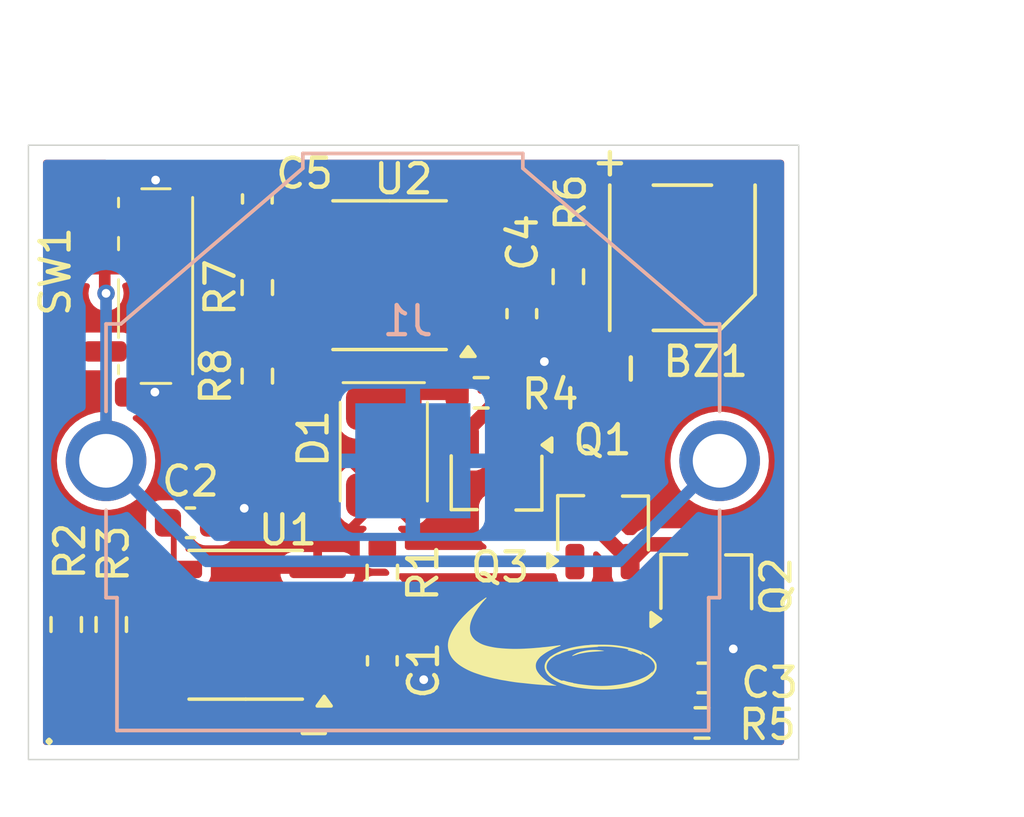
<source format=kicad_pcb>
(kicad_pcb (version 20240108) (generator "pcbnew") (generator_version "8.0")
  (title_block (title "${title}") (date "${date}") (rev "${rev}"))
  (layers (0 "F.Cu" signal) (31 "B.Cu" signal) (34 "B.Paste" user) (35 "F.Paste" user) (36 "B.SilkS" user "B.Silkscreen") (37 "F.SilkS" user "F.Silkscreen") (38 "B.Mask" user) (39 "F.Mask" user) (44 "Edge.Cuts" user))
  (property "date" "")
  (property "name" "")
  (property "rev" "")
  (property "title" "")
  (net 0 "")
  (net 1 "VDD")
  (net 2 "/TR")
  (net 3 "GND")
  (net 4 "Net-(U1-CV)")
  (net 5 "Net-(D1-K)")
  (net 6 "+BATT")
  (net 7 "Net-(U2-CV)")
  (net 8 "Net-(BZ1--)")
  (net 9 "Net-(U1-Q)")
  (net 10 "Net-(U1-DIS)")
  (net 12 "Net-(Q1-S)")
  (net 13 "Net-(Q2-G)")
  (net 14 "/BZR_TMR_OUT")
  (net 15 "/LED_TMR_OUT")
  (net 16 "Net-(Q3-S)")
  (net 17 "Net-(U2-Q)")
  (net 18 "Net-(U2-DIS)")
  (net 19 "/TR_B")
  (footprint "Capacitor_SMD:C_0603_1608Metric" (layer "F.Cu") (at 147.475 94.7 -90)
    (property "Reference" "C4")
    (property "Value" "10u")
  )
  (footprint "Capacitor_SMD:C_0603_1608Metric" (layer "F.Cu") (at 138.375 90.75 90)
    (property "Reference" "C5")
    (property "Value" "10n")
  )
  (footprint "Package_SO:SOIC-8_3.9x4.9mm_P1.27mm" (layer "F.Cu") (at 142.925 93.375 180)
    (property "Reference" "U2")
    (property "Value" "ICM7555xB")
  )
  (footprint "Resistor_SMD:R_0603_1608Metric" (layer "F.Cu") (at 131.800001 105.4 -90)
    (property "Reference" "R2")
    (property "Value" "0R")
  )
  (footprint "Resistor_SMD:R_0603_1608Metric" (layer "F.Cu") (at 149.075 93.425 90)
    (property "Reference" "R6")
    (property "Value" "10k")
  )
  (footprint "Resistor_SMD:R_0603_1608Metric" (layer "F.Cu") (at 138.375 96.85 90)
    (property "Reference" "R8")
    (property "Value" "0R")
  )
  (footprint "disc:CUS-12TB" (layer "F.Cu") (at 134.875 93.75 90)
    (property "Reference" "SW1")
    (property "Value" "~")
  )
  (footprint "Resistor_SMD:R_0603_1608Metric" (layer "F.Cu") (at 153.675 108.79 180)
    (property "Reference" "R5")
    (property "Value" "10M")
  )
  (footprint "disc:LED_OSRAM_TOPLED" (layer "F.Cu") (at 142.725 99.45)
    (property "Reference" "D1")
    (property "Value" "LED")
  )
  (footprint "Package_TO_SOT_SMD:TSOT-23" (layer "F.Cu") (at 146.625 100.5 -90)
    (property "Reference" "Q3")
    (property "Value" "DMN6140L-7")
  )
  (footprint "Capacitor_SMD:C_0603_1608Metric" (layer "F.Cu") (at 153.675 107.24)
    (property "Reference" "C3")
    (property "Value" "10u")
  )
  (footprint "Resistor_SMD:R_0603_1608Metric" (layer "F.Cu") (at 138.375 93.8 -90)
    (property "Reference" "R7")
    (property "Value" "100k")
  )
  (footprint "disc:CUI_CMT-5023S-SMT" (layer "F.Cu") (at 153 92.775 -90)
    (property "Reference" "BZ1")
    (property "Value" "Buzzer")
  )
  (footprint "Package_SO:SOIC-8_3.9x4.9mm_P1.27mm" (layer "F.Cu") (at 137.975001 105.41 180)
    (property "Reference" "U1")
    (property "Value" "ICM7555xB")
  )
  (footprint "Resistor_SMD:R_0603_1608Metric" (layer "F.Cu") (at 133.350001 105.4 -90)
    (property "Reference" "R3")
    (property "Value" "1k")
  )
  (footprint "Capacitor_SMD:C_0603_1608Metric" (layer "F.Cu") (at 142.675001 106.65 -90)
    (property "Reference" "C1")
    (property "Value" "0.1u")
  )
  (footprint "Package_TO_SOT_SMD:TSOT-23" (layer "F.Cu") (at 153.8 103.95 90)
    (property "Reference" "Q2")
    (property "Value" "DMN6140L-7")
  )
  (footprint "Capacitor_SMD:C_0603_1608Metric" (layer "F.Cu") (at 136.075001 101.9)
    (property "Reference" "C2")
    (property "Value" "10n")
  )
  (footprint "Resistor_SMD:R_0603_1608Metric" (layer "F.Cu") (at 146.075 97.425)
    (property "Reference" "R4")
    (property "Value" "100R")
  )
  (footprint "Package_TO_SOT_SMD:TSOT-23" (layer "F.Cu") (at 150.25 101.925 90)
    (property "Reference" "Q1")
    (property "Value" "DMN6140L-7")
  )
  (footprint "Resistor_SMD:R_0603_1608Metric" (layer "F.Cu") (at 142.675001 103.6 -90)
    (property "Reference" "R1")
    (property "Value" "10k")
  )
  (footprint "disc:3003" (layer "B.Cu") (at 143.725 99.765 180)
    (property "Reference" "J1")
    (property "Value" "Battery")
  )
  (gr_poly (pts (xy 146.261567 104.479077) (xy 146.259942 104.482855) (xy 146.258202 104.486456) (xy 146.256352 104.489895) (xy 146.254395 104.493189) (xy 146.252335 104.496355) (xy 146.250175 104.499408) (xy 146.247919 104.502366) (xy 146.24557 104.505244) (xy 146.243131 104.508058) (xy 146.240607 104.510826) (xy 146.238001 104.513563) (xy 146.235317 104.516286) (xy 146.229726 104.521755) (xy 146.223864 104.527363) (xy 146.214984 104.536144) (xy 146.206361 104.545043) (xy 146.197972 104.554076) (xy 146.189792 104.563261) (xy 146.181798 104.572612) (xy 146.173965 104.582148) (xy 146.16627 104.591885) (xy 146.158689 104.601839) (xy 146.150442 104.611368) (xy 146.139859 104.611368) (xy 146.136283 104.619905) (xy 146.134486 104.623046) (xy 146.132623 104.626122) (xy 146.130698 104.629137) (xy 146.128714 104.632097) (xy 146.126676 104.635007) (xy 146.124588 104.637873) (xy 146.120277 104.643494) (xy 146.115813 104.649002) (xy 146.111228 104.65444) (xy 146.101825 104.665277) (xy 146.084405 104.685842) (xy 146.067302 104.706608) (xy 146.050509 104.727627) (xy 146.042229 104.738248) (xy 146.034025 104.748952) (xy 146.023549 104.762636) (xy 146.013237 104.776347) (xy 146.003061 104.790132) (xy 145.983086 104.817929) (xy 145.963565 104.846047) (xy 145.944437 104.874506) (xy 145.926403 104.901594) (xy 145.894902 104.948966) (xy 145.883747 104.96625) (xy 145.874114 104.981827) (xy 145.864845 104.997615) (xy 145.854783 105.015537) (xy 145.82765 105.06546) (xy 145.817149 105.086936) (xy 145.811868 105.097806) (xy 145.803575 105.1145) (xy 145.795156 105.13113) (xy 145.77927 105.163556) (xy 145.764323 105.196673) (xy 145.750418 105.230412) (xy 145.737659 105.264704) (xy 145.726149 105.299482) (xy 145.715992 105.334676) (xy 145.707292 105.370218) (xy 145.700151 105.40604) (xy 145.694673 105.442071) (xy 145.690961 105.478245) (xy 145.68912 105.514492) (xy 145.689252 105.550743) (xy 145.691461 105.586931) (xy 145.695851 105.622986) (xy 145.702524 105.65884) (xy 145.711585 105.694424) (xy 145.716287 105.707973) (xy 145.721185 105.721241) (xy 145.726296 105.734239) (xy 145.731639 105.746979) (xy 145.737232 105.759474) (xy 145.743094 105.771735) (xy 145.749241 105.783775) (xy 145.755693 105.795605) (xy 145.762468 105.807239) (xy 145.769583 105.818687) (xy 145.777057 105.829962) (xy 145.784908 105.841076) (xy 145.793155 105.852042) (xy 145.801814 105.862871) (xy 145.810906 105.873575) (xy 145.820446 105.884167) (xy 145.825344 105.889517) (xy 145.830194 105.894911) (xy 145.839804 105.90578) (xy 145.846713 105.913029) (xy 145.853781 105.920027) (xy 145.861001 105.926793) (xy 145.868365 105.933344) (xy 145.875863 105.939697) (xy 145.883488 105.94587) (xy 145.891231 105.951879) (xy 145.899085 105.957742) (xy 145.915088 105.9691) (xy 145.931431 105.980081) (xy 145.948048 105.990824) (xy 145.964871 106.001467) (xy 145.971591 106.005738) (xy 145.978283 106.010051) (xy 145.991609 106.018766) (xy 146.016519 106.033723) (xy 146.042125 106.04777) (xy 146.068362 106.060947) (xy 146.095161 106.073298) (xy 146.122455 106.084864) (xy 146.150178 106.095688) (xy 146.178261 106.105812) (xy 146.206639 106.115279) (xy 146.235244 106.12413) (xy 146.264008 106.132408) (xy 146.321748 106.147414) (xy 146.379322 106.160635) (xy 146.436192 106.17241) (xy 146.44773 106.174752) (xy 146.47351 106.179823) (xy 146.499288 106.184603) (xy 146.525081 106.189091) (xy 146.550904 106.193288) (xy 146.576772 106.197191) (xy 146.602702 106.200801) (xy 146.628707 106.204116) (xy 146.654804 106.207137) (xy 146.669843 106.208797) (xy 146.794039 106.220758) (xy 146.918585 106.229664) (xy 147.043382 106.235641) (xy 147.168335 106.238818) (xy 147.293345 106.239321) (xy 147.418317 106.237278) (xy 147.543153 106.232817) (xy 147.667756 106.226064) (xy 147.69806 106.224299) (xy 147.728371 106.22264) (xy 147.781892 106.219466) (xy 147.835362 106.215827) (xy 147.888791 106.211635) (xy 147.942188 106.206806) (xy 147.967009 106.204572) (xy 147.991847 106.202561) (xy 148.041551 106.198868) (xy 148.073805 106.196288) (xy 148.105946 106.193289) (xy 148.138035 106.189793) (xy 148.170132 106.185721) (xy 148.177732 106.184803) (xy 148.185333 106.183969) (xy 148.200543 106.182508) (xy 148.215772 106.181257) (xy 148.231032 106.18013) (xy 148.267063 106.177218) (xy 148.303037 106.173813) (xy 148.374853 106.16584) (xy 148.446558 106.156845) (xy 148.51823 106.147462) (xy 148.5753 106.140078) (xy 148.64385 106.131214) (xy 148.656861 106.129529) (xy 148.693297 106.124784) (xy 148.714141 106.122068) (xy 148.723207 106.120784) (xy 148.732263 106.119439) (xy 148.741309 106.118028) (xy 148.750345 106.116549) (xy 148.75392 106.115997) (xy 148.757472 106.115526) (xy 148.764524 106.114799) (xy 148.771528 106.114327) (xy 148.778514 106.114063) (xy 148.785511 106.113963) (xy 148.792548 106.113982) (xy 148.806858 106.114202) (xy 148.806858 106.135368) (xy 148.794283 106.14004) (xy 148.715201 106.170256) (xy 148.67603 106.185916) (xy 148.637103 106.202054) (xy 148.598419 106.218754) (xy 148.559976 106.236097) (xy 148.521771 106.254166) (xy 148.483803 106.273045) (xy 148.476156 106.276864) (xy 148.468489 106.280637) (xy 148.453102 106.288083) (xy 148.411265 106.309164) (xy 148.370302 106.331542) (xy 148.330164 106.35516) (xy 148.290801 106.379964) (xy 148.252163 106.405896) (xy 148.214202 106.432902) (xy 148.176866 106.460925) (xy 148.140108 106.48991) (xy 148.128512 106.49917) (xy 148.124142 106.502834) (xy 148.119859 106.506556) (xy 148.115657 106.510334) (xy 148.111531 106.514166) (xy 148.103487 106.521991) (xy 148.095683 106.53002) (xy 148.088078 106.538245) (xy 148.080628 106.546655) (xy 148.073292 106.555241) (xy 148.066025 106.563993) (xy 148.053416 106.579021) (xy 148.044162 106.590602) (xy 148.035287 106.602281) (xy 148.026778 106.6141) (xy 148.018622 106.626102) (xy 148.010808 106.638327) (xy 148.003324 106.650819) (xy 147.996157 106.66362) (xy 147.989296 106.676772) (xy 147.984068 106.687118) (xy 147.97762 106.701694) (xy 147.972045 106.71674) (xy 147.967323 106.732195) (xy 147.963432 106.747997) (xy 147.960351 106.764086) (xy 147.958061 106.7804) (xy 147.95654 106.796879) (xy 147.955767 106.81346) (xy 147.955722 106.830083) (xy 147.956384 106.846686) (xy 147.957733 106.863209) (xy 147.959746 106.87959) (xy 147.962405 106.895768) (xy 147.965687 106.911682) (xy 147.969573 106.92727) (xy 147.974041 106.942472) (xy 147.978825 106.954087) (xy 147.983842 106.965473) (xy 147.989087 106.976644) (xy 147.994558 106.987615) (xy 148.000251 106.998401) (xy 148.006164 107.009017) (xy 148.012291 107.019477) (xy 148.018632 107.029796) (xy 148.025181 107.039988) (xy 148.031936 107.050069) (xy 148.046052 107.069955) (xy 148.060951 107.089571) (xy 148.076609 107.109035) (xy 148.089776 107.12522) (xy 148.114813 107.153288) (xy 148.142448 107.181916) (xy 148.172423 107.210845) (xy 148.204484 107.239811) (xy 148.238374 107.268555) (xy 148.273837 107.296815) (xy 148.310617 107.32433) (xy 148.348459 107.350838) (xy 148.387106 107.376078) (xy 148.426303 107.39979) (xy 148.465793 107.421712) (xy 148.505321 107.441582) (xy 148.544631 107.45914) (xy 148.583467 107.474124) (xy 148.621572 107.486274) (xy 148.658692 107.495327) (xy 148.658692 107.50591) (xy 148.630629 107.506257) (xy 148.602601 107.506068) (xy 148.574597 107.505421) (xy 148.54661 107.504392) (xy 148.490654 107.501497) (xy 148.434666 107.498002) (xy 148.40184 107.495916) (xy 148.202179 107.482306) (xy 148.002733 107.466539) (xy 147.803522 107.448116) (xy 147.604568 107.426541) (xy 147.569364 107.422615) (xy 147.534137 107.418966) (xy 147.463624 107.41219) (xy 147.395247 107.405285) (xy 147.326979 107.397476) (xy 147.258821 107.388813) (xy 147.19077 107.379347) (xy 147.054987 107.358214) (xy 146.919619 107.334486) (xy 146.901236 107.331259) (xy 146.882832 107.328181) (xy 146.845965 107.322355) (xy 146.795667 107.314293) (xy 146.745627 107.305459) (xy 146.720693 107.300637) (xy 146.695811 107.295483) (xy 146.670976 107.289949) (xy 146.646184 107.283991) (xy 146.638185 107.282136) (xy 146.63017 107.280376) (xy 146.614099 107.277086) (xy 146.597984 107.274014) (xy 146.581837 107.271051) (xy 146.548149 107.264518) (xy 146.514612 107.257406) (xy 146.48117 107.249851) (xy 146.447767 107.241988) (xy 146.423881 107.236328) (xy 146.387883 107.227678) (xy 146.351945 107.218813) (xy 146.316079 107.209663) (xy 146.280296 107.200158) (xy 146.256926 107.193929) (xy 146.233508 107.187882) (xy 146.210558 107.181895) (xy 146.187705 107.175675) (xy 146.142236 107.162588) (xy 146.096996 107.14872) (xy 146.051884 107.13417) (xy 146.037918 107.129588) (xy 145.99097 107.114087) (xy 145.944067 107.098452) (xy 145.924484 107.091914) (xy 145.855866 107.067794) (xy 145.78785 107.041849) (xy 145.720553 107.014017) (xy 145.654095 106.984239) (xy 145.588594 106.952454) (xy 145.524169 106.918601) (xy 145.46094 106.882621) (xy 145.399025 106.844452) (xy 145.382241 106.833847) (xy 145.354762 106.815562) (xy 145.327816 106.796629) (xy 145.301391 106.777057) (xy 145.275479 106.756851) (xy 145.250071 106.736018) (xy 145.225157 106.714566) (xy 145.200728 106.6925) (xy 145.176775 106.669826) (xy 145.163443 106.657135) (xy 145.136501 106.629703) (xy 145.111155 106.601293) (xy 145.087416 106.571942) (xy 145.065298 106.541687) (xy 145.044813 106.510565) (xy 145.025975 106.478611) (xy 145.008797 106.445864) (xy 144.993292 106.41236) (xy 144.979473 106.378135) (xy 144.967353 106.343226) (xy 144.956945 106.307671) (xy 144.948262 106.271505) (xy 144.941318 106.234767) (xy 144.936124 106.197491) (xy 144.932695 106.159716) (xy 144.931043 106.121478) (xy 144.931527 106.093487) (xy 144.933025 106.065805) (xy 144.9355 106.038414) (xy 144.938914 106.011299) (xy 144.943228 105.984442) (xy 144.948405 105.957829) (xy 144.954406 105.931442) (xy 144.961192 105.905266) (xy 144.968726 105.879283) (xy 144.97697 105.853477) (xy 144.985885 105.827832) (xy 144.995433 105.802332) (xy 145.016275 105.751701) (xy 145.039192 105.701452) (xy 145.04461 105.689998) (xy 145.06605 105.647) (xy 145.088856 105.604978) (xy 145.112924 105.563826) (xy 145.138152 105.52344) (xy 145.164434 105.483714) (xy 145.191669 105.444542) (xy 145.219753 105.40582) (xy 145.248582 105.367441) (xy 145.25935 105.353207) (xy 145.270061 105.338931) (xy 145.279521 105.326529) (xy 145.289111 105.314286) (xy 145.298838 105.302192) (xy 145.308711 105.290236) (xy 145.318739 105.27841) (xy 145.328929 105.266702) (xy 145.33929 105.255101) (xy 145.349829 105.243599) (xy 145.357534 105.23521) (xy 145.365151 105.226761) (xy 145.372693 105.218245) (xy 145.380174 105.209658) (xy 145.398707 105.188679) (xy 145.417472 105.167952) (xy 145.436449 105.147447) (xy 145.455621 105.127138) (xy 145.49448 105.086994) (xy 145.533907 105.047296) (xy 145.568906 105.012264) (xy 145.591571 104.989619) (xy 145.601931 104.979227) (xy 145.609582 104.971687) (xy 145.61729 104.964233) (xy 145.62506 104.956859) (xy 145.632892 104.949561) (xy 145.640789 104.942334) (xy 145.648755 104.935172) (xy 145.656791 104.92807) (xy 145.6649 104.921025) (xy 145.674376 104.912704) (xy 145.683741 104.904266) (xy 145.702304 104.887197) (xy 145.71119 104.879171) (xy 145.720138 104.871242) (xy 145.729146 104.863401) (xy 145.738213 104.855638) (xy 145.756524 104.840311) (xy 145.775064 104.825185) (xy 145.788095 104.81438) (xy 145.801012 104.803452) (xy 145.826658 104.781363) (xy 145.839387 104.77048) (xy 145.852206 104.759728) (xy 145.878089 104.738553) (xy 145.904251 104.717721) (xy 145.930633 104.697112) (xy 145.938932 104.690553) (xy 145.947175 104.683926) (xy 145.96358 104.670569) (xy 145.97933 104.658107) (xy 145.995227 104.645833) (xy 146.027355 104.621719) (xy 146.092234 104.574327) (xy 146.105173 104.564849) (xy 146.139658 104.539756) (xy 146.174385 104.515129) (xy 146.191927 104.503086) (xy 146.209636 104.491273) (xy 146.227546 104.47973) (xy 146.245692 104.468493)) (stroke (width -0.000001)) (fill solid) (layer "F.SilkS"))
  (gr_poly (pts (xy 151.534955 106.377159) (xy 151.539287 106.377873) (xy 151.543312 106.378784) (xy 151.547065 106.379893) (xy 151.55058 106.381199) (xy 151.553889 106.382701) (xy 151.557029 106.384399) (xy 151.560031 106.386292) (xy 151.562931 106.388379) (xy 151.565762 106.390661) (xy 151.568557 106.393136) (xy 151.571352 106.395803) (xy 151.57418 106.398664) (xy 151.577074 106.401716) (xy 151.583199 106.408393) (xy 151.598082 106.423276) (xy 151.609658 106.434852) (xy 151.604366 106.445435) (xy 151.530283 106.418977) (xy 151.533797 106.415473) (xy 151.536566 106.412776) (xy 151.53775 106.411671) (xy 151.53884 106.410698) (xy 151.539868 106.409834) (xy 151.540865 106.409055) (xy 151.541863 106.408338) (xy 151.542891 106.40766) (xy 151.543981 106.406997) (xy 151.545165 106.406326) (xy 151.546472 106.405625) (xy 151.547935 106.404869) (xy 151.551449 106.403102) (xy 151.530283 106.376644)) (stroke (width -0.000001)) (fill solid) (layer "F.SilkS"))
  (gr_poly (pts (xy 151.574517 106.393056) (xy 151.580367 106.39504) (xy 151.584853 106.396653) (xy 151.58847 106.398079) (xy 151.591715 106.399505) (xy 151.595085 106.401117) (xy 151.599075 106.403102) (xy 151.593783 106.418977) (xy 151.584512 106.412542) (xy 151.575261 106.406078) (xy 151.564844 106.398823) (xy 151.556741 106.392518) (xy 151.556741 106.387227)) (stroke (width -0.000001)) (fill solid) (layer "F.SilkS"))
  (gr_poly (pts (xy 151.134971 106.27711) (xy 151.152282 106.278619) (xy 151.169493 106.280569) (xy 151.186635 106.282899) (xy 151.203735 106.28555) (xy 151.220823 106.288463) (xy 151.255077 106.294834) (xy 151.272309 106.298011) (xy 151.280905 106.299487) (xy 151.289503 106.30087) (xy 151.298117 106.302148) (xy 151.306759 106.303305) (xy 151.315441 106.304329) (xy 151.324176 106.305206) (xy 151.331095 106.3061) (xy 151.333935 106.306503) (xy 151.336423 106.306901) (xy 151.338606 106.307315) (xy 151.34053 106.307764) (xy 151.342241 106.308267) (xy 151.343785 106.308844) (xy 151.345208 106.309514) (xy 151.346556 106.310296) (xy 151.347876 106.31121) (xy 151.349213 106.312275) (xy 151.350613 106.313511) (xy 151.352124 106.314937) (xy 151.355658 106.318435) (xy 151.323907 106.313143) (xy 151.334491 106.344894) (xy 151.324571 106.342176) (xy 151.280911 106.330314) (xy 151.237215 106.31858) (xy 151.206617 106.310315) (xy 151.185591 106.304698) (xy 151.170221 106.300582) (xy 151.154863 106.296421) (xy 151.136588 106.291521) (xy 151.132035 106.289904) (xy 151.130172 106.289209) (xy 151.128548 106.28856) (xy 151.127135 106.287933) (xy 151.125906 106.287308) (xy 151.124831 106.286659) (xy 151.124343 106.28632) (xy 151.123883 106.285967) (xy 151.123449 106.285596) (xy 151.123035 106.285206) (xy 151.12264 106.284794) (xy 151.122258 106.284356) (xy 151.121525 106.283393) (xy 151.120807 106.282296) (xy 151.120077 106.28104) (xy 151.119306 106.279604) (xy 151.117533 106.276102)) (stroke (width -0.000001)) (fill solid) (layer "F.SilkS"))
  (gr_poly (pts (xy 151.181033 106.281393) (xy 151.175741 106.297269) (xy 151.16267 106.29499) (xy 151.149613 106.292638) (xy 151.134917 106.290033) (xy 151.122825 106.286685) (xy 151.117533 106.276102)) (stroke (width -0.000001)) (fill solid) (layer "F.SilkS"))
  (gr_poly (pts (xy 149.403033 106.381935) (xy 149.381866 106.403102) (xy 149.392449 106.42956) (xy 149.381463 106.432709) (xy 149.331595 106.447088) (xy 149.314314 106.452039) (xy 149.295787 106.457472) (xy 149.277415 106.463143) (xy 149.268287 106.466137) (xy 149.259199 106.469274) (xy 149.25015 106.472582) (xy 149.241141 106.476089) (xy 149.23516 106.478187) (xy 149.232679 106.479016) (xy 149.230472 106.479699) (xy 149.228488 106.48024) (xy 149.226679 106.480638) (xy 149.224994 106.480897) (xy 149.223384 106.481017) (xy 149.2218 106.481) (xy 149.220191 106.480848) (xy 149.218507 106.480562) (xy 149.2167 106.480144) (xy 149.21472 106.479596) (xy 149.212516 106.478919) (xy 149.207241 106.477185) (xy 149.219882 106.468551) (xy 149.232622 106.460216) (xy 149.245472 106.452152) (xy 149.258443 106.444334) (xy 149.271546 106.436736) (xy 149.284791 106.429333) (xy 149.298189 106.422099) (xy 149.311752 106.415008) (xy 149.32649 106.407298) (xy 149.353384 106.393382) (xy 149.362298 106.388885) (xy 149.36922 106.38555) (xy 149.374923 106.383018) (xy 149.38018 106.380929) (xy 149.385765 106.378924) (xy 149.392449 106.376644)) (stroke (width -0.000001)) (fill solid) (layer "F.SilkS"))
  (gr_poly (pts (xy 148.414841 107.155699) (xy 148.421467 107.156973) (xy 148.428073 107.158343) (xy 148.434657 107.15981) (xy 148.439949 107.175685) (xy 148.424075 107.186268) (xy 148.402908 107.15981) (xy 148.408199 107.154518)) (stroke (width -0.000001)) (fill solid) (layer "F.SilkS"))
  (gr_poly (pts (xy 148.492866 106.498352) (xy 148.484928 106.509927) (xy 148.483446 106.512782) (xy 148.482127 106.515489) (xy 148.480965 106.51807) (xy 148.479953 106.52055) (xy 148.479084 106.522955) (xy 148.478351 106.525306) (xy 148.477748 106.52763) (xy 148.477267 106.52995) (xy 148.476901 106.53229) (xy 148.476644 106.534674) (xy 148.476488 106.537127) (xy 148.476427 106.539673) (xy 148.476454 106.542336) (xy 148.476561 106.54514) (xy 148.476742 106.548109) (xy 148.476991 106.551268) (xy 148.466408 106.55656) (xy 148.457066 106.552784) (xy 148.447775 106.548882) (xy 148.43854 106.54485) (xy 148.429366 106.540685) (xy 148.435673 106.534289) (xy 148.44203 106.528033) (xy 148.448456 106.521911) (xy 148.454969 106.515915) (xy 148.461589 106.510039) (xy 148.468335 106.504276) (xy 148.475226 106.498619) (xy 148.482283 106.49306)) (stroke (width -0.000001)) (fill solid) (layer "F.SilkS"))
  (gr_poly (pts (xy 148.434657 106.561852) (xy 148.445241 106.577727) (xy 148.440404 106.579701) (xy 148.436559 106.581241) (xy 148.433335 106.58247) (xy 148.430358 106.583514) (xy 148.427258 106.584496) (xy 148.423661 106.58554) (xy 148.413491 106.58831) (xy 148.392324 106.577727) (xy 148.424075 106.540685)) (stroke (width -0.000001)) (fill solid) (layer "F.SilkS"))
  (gr_poly (pts (xy 148.482283 107.12806) (xy 148.466408 107.138644) (xy 148.450533 107.12806) (xy 148.461116 107.106893)) (stroke (width -0.000001)) (fill solid) (layer "F.SilkS"))
  (gr_poly (pts (xy 151.980074 107.154518) (xy 151.943032 107.186268) (xy 151.942412 107.176675) (xy 151.942054 107.169311) (xy 151.941999 107.166312) (xy 151.94204 107.163688) (xy 151.942187 107.161376) (xy 151.942451 107.159317) (xy 151.942842 107.157449) (xy 151.943369 107.155711) (xy 151.944044 107.154042) (xy 151.944875 107.152381) (xy 151.945874 107.150667) (xy 151.947051 107.148839) (xy 151.949978 107.144596) (xy 151.952956 107.142632) (xy 151.954222 107.141837) (xy 151.955388 107.141155) (xy 151.95649 107.140578) (xy 151.957028 107.140326) (xy 151.957564 107.140097) (xy 151.958103 107.13989) (xy 151.958647 107.139703) (xy 151.959204 107.139536) (xy 151.959775 107.139388) (xy 151.960368 107.139257) (xy 151.960985 107.139142) (xy 151.961632 107.139043) (xy 151.962312 107.138958) (xy 151.963793 107.138825) (xy 151.965465 107.138737) (xy 151.967364 107.138683) (xy 151.969525 107.138655) (xy 151.974783 107.138644)) (stroke (width -0.000001)) (fill solid) (layer "F.SilkS"))
  (gr_poly (pts (xy 148.883436 107.332394) (xy 148.89295 107.335739) (xy 148.90243 107.339176) (xy 148.9119 107.342703) (xy 148.923372 107.347023) (xy 148.932074 107.35031) (xy 148.932074 107.360893) (xy 148.917846 107.357285) (xy 148.903631 107.353617) (xy 148.887632 107.349524) (xy 148.883068 107.348016) (xy 148.88118 107.347365) (xy 148.879508 107.346754) (xy 148.878016 107.346159) (xy 148.876669 107.34556) (xy 148.87543 107.344934) (xy 148.874264 107.344259) (xy 148.873135 107.343512) (xy 148.872008 107.342672) (xy 148.870847 107.341717) (xy 148.869616 107.340624) (xy 148.86828 107.339371) (xy 148.866803 107.337937) (xy 148.863282 107.334435) (xy 148.873866 107.329144)) (stroke (width -0.000001)) (fill solid) (layer "F.SilkS"))
  (gr_poly (pts (xy 151.146022 106.26095) (xy 151.153293 106.261823) (xy 151.167695 106.263976) (xy 151.181948 106.266611) (xy 151.196094 106.269652) (xy 151.210177 106.273024) (xy 151.224239 106.276651) (xy 151.252471 106.28437) (xy 151.271776 106.289651) (xy 151.318616 106.30256) (xy 151.315447 106.303525) (xy 151.312381 106.30435) (xy 151.309402 106.305042) (xy 151.306495 106.305604) (xy 151.303644 106.306043) (xy 151.300835 106.306362) (xy 151.29805 106.306568) (xy 151.295276 106.306664) (xy 151.292496 106.306656) (xy 151.289696 106.30655) (xy 151.286859 106.306349) (xy 151.28397 106.306059) (xy 151.281015 106.305686) (xy 151.277977 106.305233) (xy 151.27159 106.304111) (xy 151.256532 106.30131) (xy 151.240895 106.29826) (xy 151.225567 106.295398) (xy 151.202453 106.290904) (xy 151.179398 106.286178) (xy 151.156388 106.281238) (xy 151.133408 106.276102) (xy 151.138699 106.260227)) (stroke (width -0.000001)) (fill solid) (layer "F.SilkS"))
  (gr_poly (pts (xy 148.877139 107.329342) (xy 148.879749 107.329525) (xy 148.881957 107.329733) (xy 148.882991 107.329858) (xy 148.884022 107.330005) (xy 148.885083 107.330178) (xy 148.886206 107.330381) (xy 148.888768 107.330902) (xy 148.891968 107.331606) (xy 148.896066 107.332533) (xy 148.910499 107.335768) (xy 148.952632 107.346156) (xy 148.994701 107.356805) (xy 149.030845 107.365996) (xy 149.067034 107.374935) (xy 149.103324 107.383443) (xy 149.139772 107.391341) (xy 149.160383 107.395594) (xy 149.179812 107.39948) (xy 149.199259 107.403273) (xy 149.216791 107.406803) (xy 149.232167 107.409765) (xy 149.236187 107.411131) (xy 149.237854 107.411745) (xy 149.239337 107.412352) (xy 149.240669 107.41298) (xy 149.241288 107.413312) (xy 149.241883 107.41366) (xy 149.242456 107.414028) (xy 149.243013 107.41442) (xy 149.243556 107.414839) (xy 149.244091 107.415289) (xy 149.244622 107.415774) (xy 149.245152 107.416297) (xy 149.245686 107.416862) (xy 149.246228 107.417473) (xy 149.247352 107.418845) (xy 149.248558 107.420444) (xy 149.24988 107.422298) (xy 149.251349 107.424437) (xy 149.254866 107.429685) (xy 149.266032 107.433478) (xy 149.270053 107.434778) (xy 149.273612 107.435845) (xy 149.277143 107.436804) (xy 149.28108 107.437778) (xy 149.291908 107.440268) (xy 149.291908 107.44556) (xy 149.284367 107.445778) (xy 149.276903 107.445827) (xy 149.269506 107.445714) (xy 149.262166 107.445447) (xy 149.247622 107.44448) (xy 149.233195 107.442988) (xy 149.21881 107.441032) (xy 149.204393 107.438673) (xy 149.189868 107.435973) (xy 149.17516 107.432992) (xy 149.155164 107.42884) (xy 149.117987 107.42035) (xy 149.081003 107.410923) (xy 149.044215 107.400649) (xy 149.007624 107.389619) (xy 148.971233 107.377922) (xy 148.935045 107.365648) (xy 148.89906 107.352886) (xy 148.863282 107.339726) (xy 148.873866 107.329144)) (stroke (width -0.000001)) (fill solid) (layer "F.SilkS"))
  (gr_poly (pts (xy 148.794085 106.39378) (xy 148.796592 106.394046) (xy 148.799125 106.394418) (xy 148.801699 106.394878) (xy 148.804327 106.395406) (xy 148.815658 106.39781) (xy 148.812716 106.399722) (xy 148.809813 106.401515) (xy 148.806937 106.403196) (xy 148.804082 106.404774) (xy 148.801236 106.406259) (xy 148.798392 106.40766) (xy 148.79554 106.408985) (xy 148.792672 106.410243) (xy 148.786848 106.412596) (xy 148.780849 106.414788) (xy 148.774601 106.416891) (xy 148.768033 106.418977) (xy 148.769231 106.412879) (xy 148.769707 106.410652) (xy 148.770182 106.408641) (xy 148.77072 106.4066) (xy 148.771381 106.40428) (xy 148.773324 106.39781) (xy 148.776117 106.396527) (xy 148.778826 106.395506) (xy 148.781464 106.394726) (xy 148.784046 106.394169) (xy 148.786585 106.393815) (xy 148.789095 106.393645) (xy 148.791591 106.39364)) (stroke (width -0.000001)) (fill solid) (layer "F.SilkS"))
  (gr_poly (pts (xy 148.471699 106.514227) (xy 148.464423 106.523818) (xy 148.459488 106.530581) (xy 148.454658 106.53742) (xy 148.449914 106.544321) (xy 148.445241 106.551268) (xy 148.429366 106.535394) (xy 148.461116 106.508935)) (stroke (width -0.000001)) (fill solid) (layer "F.SilkS"))
  (gr_poly (pts (xy 150.005829 106.274498) (xy 150.065535 106.27674) (xy 150.125099 106.281108) (xy 150.184488 106.287689) (xy 150.243671 106.296574) (xy 150.302616 106.307852) (xy 150.302616 106.313143) (xy 150.233537 106.317979) (xy 150.172492 106.322271) (xy 150.093016 106.327741) (xy 150.013517 106.332863) (xy 149.931937 106.338403) (xy 149.891294 106.341642) (xy 149.850722 106.345312) (xy 149.810204 106.3495) (xy 149.769721 106.354295) (xy 149.729253 106.359786) (xy 149.688783 106.36606) (xy 149.670127 106.369078) (xy 149.615965 106.378195) (xy 149.561509 106.388065) (xy 149.506981 106.39892) (xy 149.452609 106.410994) (xy 149.398616 106.424519) (xy 149.345227 106.439728) (xy 149.292667 106.456854) (xy 149.266768 106.466209) (xy 149.241161 106.476131) (xy 149.235174 106.478215) (xy 149.23269 106.479038) (xy 149.230481 106.479717) (xy 149.228495 106.480253) (xy 149.226684 106.480648) (xy 149.224998 106.480904) (xy 149.223387 106.481022) (xy 149.221801 106.481003) (xy 149.220192 106.48085) (xy 149.218508 106.480563) (xy 149.2167 106.480145) (xy 149.21472 106.479596) (xy 149.212516 106.478919) (xy 149.207241 106.477185) (xy 149.227121 106.463791) (xy 149.247319 106.450865) (xy 149.267821 106.438415) (xy 149.288615 106.42645) (xy 149.30969 106.414977) (xy 149.331032 106.404006) (xy 149.352631 106.393545) (xy 149.374472 106.383602) (xy 149.396544 106.374186) (xy 149.418836 106.365305) (xy 149.441333 106.356967) (xy 149.464025 106.349182) (xy 149.486899 106.341956) (xy 149.509943 106.3353) (xy 149.533144 106.32922) (xy 149.556491 106.323727) (xy 149.573288 106.319964) (xy 149.630918 106.30756) (xy 149.659735 106.301791) (xy 149.688597 106.296447) (xy 149.71754 106.291632) (xy 149.746599 106.28745) (xy 149.775807 106.284002) (xy 149.805199 106.281393) (xy 149.82618 106.279637) (xy 149.886119 106.276036) (xy 149.946013 106.274293)) (stroke (width -0.000001)) (fill solid) (layer "F.SilkS"))
  (gr_poly (pts (xy 148.894898 107.329957) (xy 148.904223 107.330989) (xy 148.913901 107.332664) (xy 148.923821 107.334873) (xy 148.933877 107.337509) (xy 148.943958 107.340462) (xy 148.953958 107.343624) (xy 148.973277 107.350139) (xy 148.990966 107.356185) (xy 149.006158 107.360893) (xy 148.995574 107.371477) (xy 148.979961 107.370417) (xy 148.962577 107.368733) (xy 148.944175 107.366226) (xy 148.934828 107.364602) (xy 148.925509 107.362699) (xy 148.916312 107.360491) (xy 148.907333 107.357954) (xy 148.898664 107.355063) (xy 148.8904 107.351794) (xy 148.882636 107.348121) (xy 148.875466 107.34402) (xy 148.868983 107.339466) (xy 148.866029 107.337012) (xy 148.863282 107.334435) (xy 148.866594 107.33298) (xy 148.870116 107.331808) (xy 148.873835 107.330905) (xy 148.877736 107.330258) (xy 148.881806 107.329853) (xy 148.886033 107.329677)) (stroke (width -0.000001)) (fill solid) (layer "F.SilkS"))
  (gr_poly (pts (xy 148.953956 107.360373) (xy 148.975723 107.365502) (xy 148.997412 107.370957) (xy 149.019056 107.376706) (xy 149.029954 107.379667) (xy 149.041166 107.382712) (xy 149.103466 107.399077) (xy 149.165898 107.414226) (xy 149.197222 107.421297) (xy 149.22865 107.428007) (xy 149.260204 107.434337) (xy 149.291908 107.440268) (xy 149.291908 107.44556) (xy 149.284331 107.44578) (xy 149.276829 107.44583) (xy 149.269392 107.445717) (xy 149.262011 107.445449) (xy 149.247382 107.44448) (xy 149.232867 107.442986) (xy 149.218395 107.441027) (xy 149.203891 107.438668) (xy 149.189284 107.435969) (xy 149.174499 107.432992) (xy 149.154548 107.428887) (xy 149.12613 107.422371) (xy 149.097958 107.415091) (xy 149.069995 107.407146) (xy 149.042205 107.398634) (xy 149.014554 107.389654) (xy 148.987006 107.380305) (xy 148.932074 107.360893) (xy 148.932074 107.355602)) (stroke (width -0.000001)) (fill solid) (layer "F.SilkS"))
  (gr_poly (pts (xy 148.492866 106.498352) (xy 148.471699 106.508935) (xy 148.482283 106.49306)) (stroke (width -0.000001)) (fill solid) (layer "F.SilkS"))
  (gr_poly (pts (xy 150.33108 106.095257) (xy 150.409486 106.096913) (xy 150.487857 106.099787) (xy 150.566144 106.104102) (xy 150.6443 106.110082) (xy 150.722279 106.117951) (xy 150.800033 106.127935) (xy 150.818811 106.130532) (xy 150.863126 106.137054) (xy 150.907301 106.144167) (xy 150.951354 106.151827) (xy 150.995305 106.159987) (xy 151.082973 106.177627) (xy 151.170449 106.196727) (xy 151.181828 106.199273) (xy 151.25293 106.216254) (xy 151.323472 106.235249) (xy 151.393373 106.256329) (xy 151.46255 106.279565) (xy 151.530921 106.305029) (xy 151.598403 106.332791) (xy 151.664915 106.362922) (xy 151.730373 106.395495) (xy 151.74415 106.40266) (xy 151.775384 106.419671) (xy 151.805806 106.437452) (xy 151.835438 106.456088) (xy 151.864301 106.475668) (xy 151.878451 106.48584) (xy 151.892417 106.496279) (xy 151.906202 106.506999) (xy 151.919807 106.518009) (xy 151.933236 106.52932) (xy 151.946492 106.540944) (xy 151.959577 106.552891) (xy 151.972494 106.565172) (xy 151.977574 106.569972) (xy 151.982712 106.574711) (xy 151.987892 106.579406) (xy 151.993097 106.584073) (xy 152.003599 106.594152) (xy 152.014105 106.605052) (xy 152.024528 106.6167) (xy 152.034782 106.629022) (xy 152.044781 106.641944) (xy 152.054437 106.655392) (xy 152.063664 106.669295) (xy 152.072377 106.683577) (xy 152.080487 106.698166) (xy 152.087908 106.712988) (xy 152.094555 106.72797) (xy 152.10034 106.743037) (xy 152.105178 106.758117) (xy 152.10898 106.773137) (xy 152.111661 106.788022) (xy 152.112554 106.795391) (xy 152.113135 106.802699) (xy 152.113292 106.826969) (xy 152.113358 106.851239) (xy 152.113554 106.868097) (xy 152.11346 106.878282) (xy 152.11313 106.888172) (xy 152.112555 106.897796) (xy 152.111724 106.907187) (xy 152.110627 106.916375) (xy 152.109252 106.925392) (xy 152.10759 106.934268) (xy 152.105631 106.943035) (xy 152.103362 106.951723) (xy 152.100775 106.960365) (xy 152.097859 106.96899) (xy 152.094603 106.977631) (xy 152.090996 106.986318) (xy 152.087029 106.995082) (xy 152.08269 107.003954) (xy 152.07797 107.012966) (xy 152.070868 107.026228) (xy 152.057009 107.050204) (xy 152.042132 107.073584) (xy 152.02629 107.096361) (xy 152.009536 107.118526) (xy 151.991923 107.140074) (xy 151.973504 107.160995) (xy 151.954333 107.181283) (xy 151.934461 107.200929) (xy 151.913943 107.219928) (xy 151.89283 107.23827) (xy 151.871177 107.255949) (xy 151.849037 107.272956) (xy 151.826461 107.289286) (xy 151.803504 107.304929) (xy 151.780218 107.319879) (xy 151.756656 107.334128) (xy 151.749153 107.338637) (xy 151.741688 107.343202) (xy 151.726819 107.352439) (xy 151.706696 107.364464) (xy 151.686399 107.375861) (xy 151.665911 107.386692) (xy 151.645218 107.397021) (xy 151.624304 107.40691) (xy 151.603155 107.416422) (xy 151.581755 107.42562) (xy 151.56009 107.434567) (xy 151.545592 107.44057) (xy 151.531139 107.446683) (xy 151.516465 107.452818) (xy 151.501745 107.458745) (xy 151.486975 107.46448) (xy 151.472149 107.47004) (xy 151.442316 107.480704) (xy 151.412212 107.49087) (xy 151.393237 107.497156) (xy 151.36025 107.507662) (xy 151.327173 107.517552) (xy 151.293921 107.526835) (xy 151.260408 107.535518) (xy 151.228988 107.544448) (xy 151.220374 107.546696) (xy 151.211802 107.548678) (xy 151.203247 107.550425) (xy 151.194684 107.551968) (xy 151.186089 107.553335) (xy 151.177438 107.554557) (xy 151.168705 107.555664) (xy 151.159866 107.556685) (xy 151.154574 107.561977) (xy 151.144582 107.563769) (xy 151.134593 107.565459) (xy 151.124589 107.567062) (xy 151.114555 107.568591) (xy 151.086899 107.572808) (xy 151.071184 107.575196) (xy 151.043024 107.579648) (xy 151.014883 107.584218) (xy 150.948245 107.594682) (xy 150.881544 107.604197) (xy 150.81468 107.612472) (xy 150.781155 107.616054) (xy 150.747552 107.619217) (xy 150.724728 107.621256) (xy 150.568072 107.632817) (xy 150.410653 107.639306) (xy 150.252763 107.640926) (xy 150.094697 107.637883) (xy 149.936747 107.630379) (xy 149.779207 107.618618) (xy 149.622371 107.602805) (xy 149.466532 107.583143) (xy 149.445981 107.580309) (xy 149.415241 107.575826) (xy 149.384588 107.571016) (xy 149.323504 107.560432) (xy 149.26265 107.548588) (xy 149.201949 107.535518) (xy 149.185602 107.531839) (xy 149.148351 107.523138) (xy 149.111232 107.514011) (xy 149.074242 107.504455) (xy 149.037376 107.49447) (xy 149.000629 107.484053) (xy 148.963998 107.473202) (xy 148.927478 107.461915) (xy 148.891064 107.45019) (xy 148.880389 107.446707) (xy 148.82872 107.428223) (xy 148.777771 107.407779) (xy 148.727641 107.385385) (xy 148.702916 107.373459) (xy 148.678434 107.361049) (xy 148.654208 107.348156) (xy 148.63025 107.334782) (xy 148.606575 107.320926) (xy 148.583193 107.306591) (xy 148.560119 107.291777) (xy 148.537365 107.276486) (xy 148.514943 107.260719) (xy 148.492866 107.244477) (xy 148.478562 107.23379) (xy 148.46272 107.221254) (xy 148.447003 107.208174) (xy 148.431484 107.194562) (xy 148.416236 107.180429) (xy 148.401334 107.165788) (xy 148.386851 107.150651) (xy 148.372859 107.135028) (xy 148.359433 107.118934) (xy 148.346646 107.102378) (xy 148.334571 107.085375) (xy 148.323283 107.067934) (xy 148.312853 107.050069) (xy 148.303357 107.031791) (xy 148.294867 107.013113) (xy 148.287456 106.994046) (xy 148.281199 106.974602) (xy 148.275556 106.958685) (xy 148.270841 106.943479) (xy 148.266841 106.928336) (xy 148.263559 106.913251) (xy 148.260995 106.898219) (xy 148.259149 106.883239) (xy 148.258483 106.874405) (xy 148.326898 106.874405) (xy 148.327563 106.893434) (xy 148.329576 106.90796) (xy 148.332562 106.922036) (xy 148.336456 106.935688) (xy 148.341194 106.948939) (xy 148.346709 106.961814) (xy 148.352935 106.974338) (xy 148.359808 106.986537) (xy 148.367262 106.998433) (xy 148.375232 107.010053) (xy 148.383651 107.021422) (xy 148.392455 107.032563) (xy 148.401578 107.043501) (xy 148.420518 107.06487) (xy 148.439949 107.085727) (xy 148.450409 107.097406) (xy 148.461099 107.108453) (xy 148.472173 107.119129) (xy 148.483602 107.129453) (xy 148.495359 107.13944) (xy 148.507415 107.149108) (xy 148.519741 107.158473) (xy 148.532309 107.167552) (xy 148.545091 107.176362) (xy 148.558058 107.184921) (xy 148.571181 107.193244) (xy 148.597783 107.209251) (xy 148.624671 107.22452) (xy 148.651616 107.239185) (xy 148.664186 107.246027) (xy 148.700652 107.26561) (xy 148.718974 107.275197) (xy 148.737384 107.284596) (xy 148.755904 107.29377) (xy 148.774557 107.302679) (xy 148.793365 107.311286) (xy 148.81235 107.319552) (xy 148.823105 107.324225) (xy 148.829131 107.326589) (xy 148.834917 107.328648) (xy 148.837751 107.329561) (xy 148.840564 107.330397) (xy 148.843368 107.331153) (xy 148.846175 107.33183) (xy 148.848999 107.332426) (xy 148.851852 107.332942) (xy 148.854746 107.333376) (xy 148.857695 107.333729) (xy 148.860711 107.333998) (xy 148.863807 107.334185) (xy 148.866995 107.334287) (xy 148.870288 107.334305) (xy 148.877449 107.334486) (xy 148.884301 107.334927) (xy 148.890935 107.33562) (xy 148.897444 107.336556) (xy 148.903917 107.337728) (xy 148.910446 107.339128) (xy 148.917121 107.340748) (xy 148.924034 107.342579) (xy 148.943814 107.347879) (xy 148.95419 107.350717) (xy 148.98152 107.358066) (xy 149.008886 107.365276) (xy 149.020165 107.368232) (xy 149.040938 107.373471) (xy 149.061765 107.378461) (xy 149.103551 107.387852) (xy 149.187414 107.405381) (xy 149.196604 107.407425) (xy 149.20575 107.409574) (xy 149.21487 107.411827) (xy 149.223984 107.414182) (xy 149.233043 107.416276) (xy 149.242105 107.418182) (xy 149.251175 107.419924) (xy 149.26026 107.421527) (xy 149.278499 107.424415) (xy 149.296869 107.427039) (xy 149.323802 107.430843) (xy 149.335666 107.432486) (xy 149.344936 107.434177) (xy 149.354134 107.436021) (xy 149.363304 107.437995) (xy 149.372492 107.440074) (xy 149.381761 107.442084) (xy 149.391037 107.443942) (xy 149.400322 107.445665) (xy 149.409621 107.447268) (xy 149.428278 107.450177) (xy 149.44704 107.452795) (xy 149.461118 107.454713) (xy 149.506551 107.460774) (xy 149.522337 107.462873) (xy 149.579338 107.470215) (xy 149.636377 107.477126) (xy 149.693469 107.483579) (xy 149.750629 107.489547) (xy 149.763471 107.490845) (xy 149.870348 107.500381) (xy 149.977999 107.507573) (xy 150.086162 107.512273) (xy 150.194573 107.514331) (xy 150.302967 107.5136) (xy 150.41108 107.509931) (xy 150.518648 107.503176) (xy 150.625408 107.493185) (xy 150.646194 107.490953) (xy 150.711635 107.483274) (xy 150.777042 107.474664) (xy 150.842351 107.465024) (xy 150.907497 107.454256) (xy 150.972415 107.442261) (xy 151.037041 107.428942) (xy 151.10131 107.414199) (xy 151.165157 107.397935) (xy 151.185146 107.392615) (xy 151.237361 107.378545) (xy 151.289457 107.364035) (xy 151.341336 107.348788) (xy 151.367164 107.340796) (xy 151.392903 107.33251) (xy 151.401481 107.329759) (xy 151.410072 107.327055) (xy 151.427281 107.321723) (xy 151.449109 107.314665) (xy 151.470782 107.307291) (xy 151.492323 107.299624) (xy 151.513751 107.291687) (xy 151.535086 107.283503) (xy 151.55635 107.275096) (xy 151.598744 107.257706) (xy 151.6091 107.253391) (xy 151.634477 107.242658) (xy 151.659668 107.23165) (xy 151.684617 107.220238) (xy 151.70927 107.208289) (xy 151.733569 107.195676) (xy 151.75746 107.182265) (xy 151.769235 107.175221) (xy 151.780887 107.167928) (xy 151.79241 107.160371) (xy 151.803795 107.152534) (xy 151.816673 107.143598) (xy 151.827507 107.135916) (xy 151.838232 107.128134) (xy 151.848852 107.120245) (xy 151.859371 107.112239) (xy 151.869794 107.104109) (xy 151.880126 107.095845) (xy 151.890371 107.08744) (xy 151.900533 107.078885) (xy 151.904112 107.075882) (xy 151.906996 107.073497) (xy 151.909496 107.071499) (xy 151.911923 107.069658) (xy 151.914592 107.067744) (xy 151.917812 107.065528) (xy 151.927158 107.059269) (xy 151.927158 107.048685) (xy 151.936335 107.044923) (xy 151.939028 107.043332) (xy 151.941593 107.0417) (xy 151.944042 107.040024) (xy 151.946387 107.038304) (xy 151.94864 107.036538) (xy 151.950814 107.034724) (xy 151.95292 107.032861) (xy 151.95497 107.030948) (xy 151.956977 107.028982) (xy 151.958952 107.026962) (xy 151.962855 107.022755) (xy 151.966777 107.018314) (xy 151.970814 107.013628) (xy 151.982141 107.000522) (xy 151.990658 106.990477) (xy 151.988968 106.994923) (xy 151.987219 106.999166) (xy 151.985404 107.003226) (xy 151.983519 107.007122) (xy 151.981559 107.010877) (xy 151.979518 107.01451) (xy 151.977393 107.018041) (xy 151.975177 107.021493) (xy 151.972867 107.024885) (xy 151.970456 107.028237) (xy 151.96794 107.031571) (xy 151.965315 107.034907) (xy 151.959715 107.041668) (xy 151.953616 107.048685) (xy 151.958907 107.059269) (xy 151.968723 107.049192) (xy 151.978112 107.038601) (xy 151.987049 107.027532) (xy 151.995509 107.01602) (xy 152.003467 107.0041) (xy 152.0109 106.991808) (xy 152.017781 106.979179) (xy 152.024087 106.966249) (xy 152.029793 106.953052) (xy 152.034874 106.939625) (xy 152.039305 106.926003) (xy 152.043062 106.91222) (xy 152.046119 106.898314) (xy 152.048453 106.884318) (xy 152.050039 106.870268) (xy 152.050851 106.8562) (xy 152.049687 106.836618) (xy 152.047307 106.817646) (xy 152.043767 106.799255) (xy 152.039121 106.781416) (xy 152.033424 106.7641) (xy 152.026731 106.747277) (xy 152.019097 106.730918) (xy 152.010577 106.714994) (xy 152.001226 106.699475) (xy 151.991099 106.684333) (xy 151.980251 106.669538) (xy 151.968736 106.65506) (xy 151.956609 106.640871) (xy 151.943927 106.626941) (xy 151.930743 106.613241) (xy 151.917112 106.599741) (xy 151.913153 106.596224) (xy 151.909171 106.592746) (xy 151.901138 106.585888) (xy 151.89302 106.579131) (xy 151.884824 106.572435) (xy 151.870417 106.560446) (xy 151.857182 106.550062) (xy 151.843741 106.540009) (xy 151.830105 106.530268) (xy 151.816285 106.52082) (xy 151.802295 106.511649) (xy 151.788145 106.502735) (xy 151.759415 106.485605) (xy 151.730188 106.469285) (xy 151.70056 106.453629) (xy 151.670624 106.438489) (xy 151.640475 106.423721) (xy 151.633276 106.420144) (xy 151.626108 106.416516) (xy 151.611828 106.409137) (xy 151.594444 106.400125) (xy 151.579272 106.392167) (xy 151.567324 106.387227) (xy 151.556741 106.392518) (xy 151.604366 106.434852) (xy 151.600886 106.434793) (xy 151.597537 106.434621) (xy 151.594302 106.434342) (xy 151.591165 106.433959) (xy 151.588108 106.433479) (xy 151.585115 106.432906) (xy 151.582169 106.432246) (xy 151.579253 106.431504) (xy 151.576351 106.430685) (xy 151.573446 106.429794) (xy 151.567558 106.427818) (xy 151.555005 106.423235) (xy 151.545049 106.41958) (xy 151.513085 106.407732) (xy 151.491035 106.399613) (xy 151.465205 106.389983) (xy 151.439479 106.380139) (xy 151.413871 106.36999) (xy 151.388399 106.359446) (xy 151.369597 106.352134) (xy 151.350595 106.345428) (xy 151.331426 106.339225) (xy 151.312126 106.333426) (xy 151.292729 106.327928) (xy 151.273267 106.32263) (xy 151.234291 106.312229) (xy 151.198214 106.302347) (xy 151.162181 106.292308) (xy 151.122825 106.281393) (xy 151.159283 106.285794) (xy 151.195589 106.290766) (xy 151.213696 106.293527) (xy 151.231779 106.296504) (xy 151.249842 106.299723) (xy 151.267889 106.303207) (xy 151.274731 106.304438) (xy 151.281192 106.305395) (xy 151.284317 106.305755) (xy 151.287391 106.306028) (xy 151.29043 106.306207) (xy 151.293447 106.306286) (xy 151.296458 106.306259) (xy 151.299478 106.306119) (xy 151.302522 106.30586) (xy 151.305604 106.305476) (xy 151.30874 106.30496) (xy 151.311944 106.304307) (xy 151.315231 106.303509) (xy 151.318616 106.30256) (xy 151.221451 106.276684) (xy 151.172891 106.26432) (xy 151.124246 106.252537) (xy 151.07544 106.241484) (xy 151.026398 106.231312) (xy 150.977045 106.22217) (xy 150.927306 106.214207) (xy 150.891673 106.208855) (xy 150.818909 106.198022) (xy 150.746083 106.187847) (xy 150.673119 106.178777) (xy 150.636561 106.174797) (xy 150.599941 106.171261) (xy 150.580139 106.169471) (xy 150.541697 106.166539) (xy 150.50326 106.164159) (xy 150.464822 106.162283) (xy 150.426375 106.16086) (xy 150.349426 106.159175) (xy 150.272361 106.158705) (xy 150.210476 106.158497) (xy 150.170965 106.158465) (xy 150.152359 106.15835) (xy 150.135152 106.158399) (xy 150.120072 106.158377) (xy 150.117503 106.158669) (xy 150.115062 106.159022) (xy 150.112733 106.159437) (xy 150.110502 106.159913) (xy 150.108352 106.16045) (xy 150.106269 106.161047) (xy 150.104236 106.161704) (xy 150.102238 106.162421) (xy 150.10026 106.163198) (xy 150.098286 106.164033) (xy 150.094288 106.16588) (xy 150.09012 106.16796) (xy 150.085658 106.170268) (xy 150.078729 106.1714) (xy 150.076184 106.171776) (xy 150.07387 106.17207) (xy 150.0715 106.172314) (xy 150.068787 106.172541) (xy 150.061186 106.173077) (xy 150.046443 106.174154) (xy 150.030467 106.175188) (xy 150.013682 106.176393) (xy 149.977916 106.178905) (xy 149.931085 106.182242) (xy 149.884264 106.185709) (xy 149.865312 106.187124) (xy 149.822533 106.190577) (xy 149.779797 106.194402) (xy 149.737092 106.19856) (xy 149.694405 106.203011) (xy 149.681645 106.204366) (xy 149.652219 106.207522) (xy 149.641586 106.20876) (xy 149.63213 106.209983) (xy 149.622695 106.211349) (xy 149.612124 106.213017) (xy 149.582949 106.217894) (xy 149.577292 106.218447) (xy 149.57163 106.218948) (xy 149.565964 106.219397) (xy 149.560294 106.219795) (xy 149.500216 106.225328) (xy 149.440449 106.23291) (xy 149.380975 106.242333) (xy 149.321778 106.253391) (xy 149.262841 106.265875) (xy 149.204146 106.279578) (xy 149.145677 106.294292) (xy 149.087416 106.30981) (xy 149.077696 106.312374) (xy 149.067963 106.314884) (xy 149.04847 106.319799) (xy 149.007965 106.330628) (xy 148.967625 106.342438) (xy 148.927505 106.355214) (xy 148.887662 106.368942) (xy 148.848153 106.383604) (xy 148.809034 106.399187) (xy 148.770361 106.415675) (xy 148.73219 106.433053) (xy 148.726515 106.435402) (xy 148.722003 106.437222) (xy 148.718218 106.438649) (xy 148.716462 106.439257) (xy 148.714723 106.439818) (xy 148.712948 106.440348) (xy 148.711081 106.440864) (xy 148.706854 106.441925) (xy 148.701606 106.443134) (xy 148.6949 106.444629) (xy 148.68989 106.445903) (xy 148.684991 106.447341) (xy 148.680191 106.448932) (xy 148.675483 106.450667) (xy 148.670855 106.452536) (xy 148.666299 106.454529) (xy 148.661804 106.456637) (xy 148.657361 106.45885) (xy 148.648591 106.463552) (xy 148.639912 106.468557) (xy 148.622512 106.479169) (xy 148.608572 106.487671) (xy 148.584912 106.502538) (xy 148.561195 106.517967) (xy 148.53763 106.534012) (xy 148.514424 106.550726) (xy 148.491786 106.568164) (xy 148.480745 106.577171) (xy 148.469925 106.586378) (xy 148.459351 106.595794) (xy 148.449049 106.605423) (xy 148.439045 106.615273) (xy 148.429366 106.625351) (xy 148.426236 106.631259) (xy 148.418783 106.635935) (xy 148.40648 106.650547) (xy 148.395089 106.665162) (xy 148.384603 106.679823) (xy 148.375014 106.694571) (xy 148.366317 106.709447) (xy 148.358505 106.724493) (xy 148.351571 106.73975) (xy 148.345508 106.755261) (xy 148.340309 106.771066) (xy 148.335968 106.787207) (xy 148.332479 106.803725) (xy 148.329834 106.820662) (xy 148.328026 106.838061) (xy 148.32705 106.855961) (xy 148.326898 106.874405) (xy 148.258483 106.874405) (xy 148.258023 106.868304) (xy 148.257616 106.853411) (xy 148.257931 106.838557) (xy 148.258967 106.823736) (xy 148.260726 106.808945) (xy 148.263208 106.79418) (xy 148.266414 106.779437) (xy 148.270344 106.764712) (xy 148.275 106.75) (xy 148.280382 106.735298) (xy 148.286491 106.720602) (xy 148.290705 106.710773) (xy 148.295785 106.699746) (xy 148.301167 106.689066) (xy 148.306842 106.678709) (xy 148.3128 106.668647) (xy 148.319032 106.658858) (xy 148.325528 106.649314) (xy 148.332279 106.639991) (xy 148.339275 106.630864) (xy 148.346506 106.621907) (xy 148.353963 106.613095) (xy 148.361636 106.604403) (xy 148.369516 106.595805) (xy 148.385856 106.578791) (xy 148.402908 106.561852) (xy 148.41746 106.547341) (xy 148.431944 106.533943) (xy 148.446753 106.521049) (xy 148.46187 106.508629) (xy 148.477275 106.496654) (xy 148.492951 106.485094) (xy 148.50888 106.473917) (xy 148.525044 106.463094) (xy 148.541424 106.452595) (xy 148.57476 106.432448) (xy 148.608744 106.413234) (xy 148.643231 106.394713) (xy 148.678074 106.376644) (xy 148.691004 106.369928) (xy 148.718464 106.356307) (xy 148.746246 106.343496) (xy 148.774311 106.331391) (xy 148.802621 106.319886) (xy 148.831137 106.308875) (xy 148.859819 106.298253) (xy 148.917527 106.277756) (xy 148.936182 106.271183) (xy 148.954807 106.264526) (xy 149.020039 106.242486) (xy 149.086239 106.222667) (xy 149.153215 106.204856) (xy 149.220774 106.188843) (xy 149.288724 106.174414) (xy 149.356872 106.161358) (xy 149.425025 106.149464) (xy 149.492991 106.138519) (xy 149.508241 106.136133) (xy 149.532179 106.132527) (xy 149.556135 106.12908) (xy 149.580113 106.125787) (xy 149.604116 106.122643) (xy 149.616456 106.121055) (xy 149.63532 106.118775) (xy 149.654176 106.116702) (xy 149.673032 106.114836) (xy 149.691896 106.113175) (xy 149.710778 106.111719) (xy 149.729685 106.110467) (xy 149.748627 106.109419) (xy 149.767612 106.108575) (xy 149.773947 106.108289) (xy 149.780086 106.107933) (xy 149.786081 106.107458) (xy 149.791987 106.106811) (xy 149.797857 106.10594) (xy 149.800795 106.105405) (xy 149.803744 106.104795) (xy 149.80671 106.104104) (xy 149.809701 106.103325) (xy 149.812723 106.102451) (xy 149.815782 106.101477) (xy 149.839511 106.099229) (xy 149.863282 106.097592) (xy 149.887087 106.096466) (xy 149.910915 106.095756) (xy 149.958602 106.095188) (xy 150.006262 106.09511) (xy 150.022241 106.095065) (xy 150.106495 106.094914) (xy 150.174346 106.094696)) (stroke (width -0.000001)) (fill solid) (layer "F.SilkS"))
  (gr_poly (pts (xy 148.368701 106.9984) (xy 148.371427 107.001088) (xy 148.374053 107.00383) (xy 148.376587 107.006624) (xy 148.379038 107.009468) (xy 148.381414 107.012359) (xy 148.383723 107.015295) (xy 148.385974 107.018274) (xy 148.390336 107.024353) (xy 148.394567 107.030578) (xy 148.402908 107.043393) (xy 148.387033 107.043393) (xy 148.381741 107.027518) (xy 148.371158 107.027518) (xy 148.360574 107.00106) (xy 148.365866 106.995768)) (stroke (width -0.000001)) (fill solid) (layer "F.SilkS"))
  (gr_poly (pts (xy 151.734282 106.44975) (xy 151.735614 106.449796) (xy 151.738642 106.449982) (xy 151.742414 106.450293) (xy 151.747241 106.450727) (xy 151.751297 106.454024) (xy 151.754455 106.456639) (xy 151.755774 106.457768) (xy 151.756961 106.458819) (xy 151.758047 106.459824) (xy 151.759064 106.460814) (xy 151.760042 106.461819) (xy 151.761012 106.462871) (xy 151.762006 106.464) (xy 151.763054 106.465237) (xy 151.765436 106.468162) (xy 151.768408 106.471893) (xy 151.768408 106.482477) (xy 151.763149 106.484215) (xy 151.760984 106.484903) (xy 151.759079 106.485472) (xy 151.757397 106.485923) (xy 151.755899 106.48626) (xy 151.75455 106.486482) (xy 151.75331 106.486593) (xy 151.752144 106.486593) (xy 151.751013 106.486485) (xy 151.74988 106.48627) (xy 151.748708 106.48595) (xy 151.74746 106.485527) (xy 151.746097 106.485003) (xy 151.742879 106.483655) (xy 151.715491 106.466602) (xy 151.720782 106.450727) (xy 151.724741 106.450293) (xy 151.727893 106.449982) (xy 151.729264 106.449874) (xy 151.730549 106.449796) (xy 151.731788 106.44975) (xy 151.73302 106.449734)) (stroke (width -0.000001)) (fill solid) (layer "F.SilkS"))
  (gr_poly (pts (xy 149.048491 107.371477) (xy 149.048491 107.38206) (xy 149.036747 107.381108) (xy 149.025009 107.380076) (xy 149.0118 107.378959) (xy 149.000866 107.376768) (xy 148.995574 107.366185)) (stroke (width -0.000001)) (fill solid) (layer "F.SilkS"))
  (gr_poly (pts (xy 151.911283 107.085727) (xy 151.895408 107.117477) (xy 151.879532 107.117477) (xy 151.880144 107.11463) (xy 151.880767 107.111954) (xy 151.88141 107.109426) (xy 151.882082 107.107026) (xy 151.88279 107.104733) (xy 151.883544 107.102524) (xy 151.884352 107.100379) (xy 151.885221 107.098276) (xy 151.886161 107.096195) (xy 151.887179 107.094114) (xy 151.888284 107.092012) (xy 151.889485 107.089866) (xy 151.890789 107.087658) (xy 151.892205 107.085363) (xy 151.895408 107.080435)) (stroke (width -0.000001)) (fill solid) (layer "F.SilkS"))
  (gr_poly (pts (xy 148.947121 107.358882) (xy 148.962115 107.362326) (xy 148.99198 107.369629) (xy 149.021741 107.37736) (xy 149.051468 107.385367) (xy 149.070702 107.390576) (xy 149.117283 107.403227) (xy 149.111991 107.41381) (xy 149.102653 107.412579) (xy 149.093503 107.411145) (xy 149.084497 107.409497) (xy 149.075591 107.407621) (xy 149.06674 107.405504) (xy 149.0579 107.403134) (xy 149.049028 107.400498) (xy 149.040078 107.397583) (xy 149.020906 107.391124) (xy 149.001197 107.384375) (xy 148.981053 107.377564) (xy 148.932074 107.360893) (xy 148.932074 107.355602)) (stroke (width -0.000001)) (fill solid) (layer "F.SilkS"))
  (gr_rect (start 130.5 88.9) (end 157 110.05) (stroke (width 0.05)) (fill none) (layer "Edge.Cuts"))
  (gr_text ".${name}" (at 130.875 109.6 0) (layer "F.SilkS") (effects (font (size 1 1)) (justify left bottom)))
  (gr_text "-${rev}" (at 139.6 109.65 0) (layer "F.SilkS") (effects (font (size 1 1)) (justify left bottom)))
  (segment (start 150.925 90.65) (end 151.25 90.975) (width 0.4) (layer "F.Cu") (net 1))
  (segment (start 138.53 92.975) (end 138.765 92.74) (width 0.2) (layer "F.Cu") (net 2))
  (segment (start 141.424999 92.74) (end 142.694999 94.01) (width 0.2) (layer "F.Cu") (net 2))
  (segment (start 140.45 92.74) (end 141.424999 92.74) (width 0.2) (layer "F.Cu") (net 2))
  (segment (start 138.765 92.74) (end 140.45 92.74) (width 0.2) (layer "F.Cu") (net 2))
  (segment (start 145.4 94.01) (end 147.39 94.01) (width 0.2) (layer "F.Cu") (net 2))
  (segment (start 147.39 94.01) (end 147.475 93.925) (width 0.2) (layer "F.Cu") (net 2))
  (segment (start 142.694999 94.01) (end 145.4 94.01) (width 0.2) (layer "F.Cu") (net 2))
  (segment (start 138.375 92.975) (end 138.53 92.975) (width 0.2) (layer "F.Cu") (net 2))
  (segment (start 140.450001 107.315) (end 142.565001 107.315) (width 0.4) (layer "F.Cu") (net 3))
  (segment (start 138.375 89.975) (end 136 89.975) (width 0.5) (layer "F.Cu") (net 3))
  (segment (start 136.850001 101.9) (end 137.425001 101.9) (width 0.4) (layer "F.Cu") (net 3))
  (segment (start 133.875 90.1) (end 135.875 90.1) (width 0.4) (layer "F.Cu") (net 3))
  (segment (start 154.75 106.24) (end 154.75 106.74) (width 0.4) (layer "F.Cu") (net 3))
  (segment (start 145.4 95.28) (end 147.28 95.28) (width 0.4) (layer "F.Cu") (net 3))
  (segment (start 154.75 106.24) (end 154.75 105.26) (width 0.4) (layer "F.Cu") (net 3))
  (segment (start 147.475 95.475) (end 147.475 95.575) (width 0.4) (layer "F.Cu") (net 3))
  (segment (start 147.475 95.575) (end 148.25 96.35) (width 0.4) (layer "F.Cu") (net 3))
  (segment (start 136 89.975) (end 135.875 90.1) (width 0.5) (layer "F.Cu") (net 3))
  (segment (start 147.28 95.28) (end 147.475 95.475) (width 0.4) (layer "F.Cu") (net 3))
  (segment (start 142.565001 107.315) (end 142.675001 107.425) (width 0.4) (layer "F.Cu") (net 3))
  (segment (start 154.75 106.74) (end 154.45 107.04) (width 0.4) (layer "F.Cu") (net 3))
  (segment (start 144.100001 107.3) (end 143.975001 107.425) (width 0.4) (layer "F.Cu") (net 3))
  (segment (start 133.875 97.4) (end 135.875 97.4) (width 0.4) (layer "F.Cu") (net 3))
  (segment (start 137.425001 101.9) (end 137.925001 101.4) (width 0.4) (layer "F.Cu") (net 3))
  (segment (start 143.975001 107.425) (end 142.675001 107.425) (width 0.4) (layer "F.Cu") (net 3))
  (via (at 154.75 106.24) (size 0.6) (drill 0.3) (layers "F.Cu" "B.Cu") (net 3))
  (via (at 134.875 90.1) (size 0.6) (drill 0.3) (layers "F.Cu" "B.Cu") (net 3))
  (via (at 148.25 96.35) (size 0.6) (drill 0.3) (layers "F.Cu" "B.Cu") (net 3))
  (via (at 137.925001 101.4) (size 0.6) (drill 0.3) (layers "F.Cu" "B.Cu") (net 3))
  (via (at 134.85 97.4) (size 0.6) (drill 0.3) (layers "F.Cu" "B.Cu") (net 3))
  (via (at 144.100001 107.3) (size 0.6) (drill 0.3) (layers "F.Cu" "B.Cu") (net 3))
  (segment (start 135.500001 103.505) (end 135.500001 102.1) (width 0.2) (layer "F.Cu") (net 4))
  (segment (start 143.25 97.425) (end 142.725 97.95) (width 0.5) (layer "F.Cu") (net 5))
  (segment (start 145.25 97.425) (end 143.25 97.425) (width 0.5) (layer "F.Cu") (net 5))
  (segment (start 133.17 94) (end 133.125 93.955) (width 0.4) (layer "F.Cu") (net 6))
  (segment (start 133.125 93.955) (end 133.125 93) (width 0.4) (layer "F.Cu") (net 6))
  (via (at 133.17 94) (size 0.6) (drill 0.3) (layers "F.Cu" "B.Cu") (net 6))
  (segment (start 133.17 99.765) (end 136.63 103.225) (width 0.4) (layer "B.Cu") (net 6))
  (segment (start 133.17 94) (end 133.17 99.765) (width 0.4) (layer "B.Cu") (net 6))
  (segment (start 136.63 103.225) (end 150.82 103.225) (width 0.4) (layer "B.Cu") (net 6))
  (segment (start 150.82 103.225) (end 154.28 99.765) (width 0.4) (layer "B.Cu") (net 6))
  (segment (start 140.45 91.47) (end 138.57 91.47) (width 0.2) (layer "F.Cu") (net 7))
  (segment (start 138.57 91.47) (end 138.325 91.225) (width 0.2) (layer "F.Cu") (net 7))
  (segment (start 150.25 100.615) (end 151.25 99.615) (width 0.5) (layer "F.Cu") (net 8))
  (segment (start 151.25 99.615) (end 151.25 94.575) (width 0.5) (layer "F.Cu") (net 8))
  (segment (start 142.325001 104.775) (end 142.675001 104.425) (width 0.2) (layer "F.Cu") (net 9))
  (segment (start 140.450001 104.775) (end 142.325001 104.775) (width 0.2) (layer "F.Cu") (net 9))
  (segment (start 135.500001 106.045) (end 133.530001 106.045) (width 0.2) (layer "F.Cu") (net 10))
  (segment (start 133.350001 106.225) (end 131.800001 106.225) (width 0.2) (layer "F.Cu") (net 10))
  (segment (start 146.625 101.81) (end 149.775 101.81) (width 0.5) (layer "F.Cu") (net 12))
  (segment (start 151.795 102.64) (end 153.8 102.64) (width 0.5) (layer "F.Cu") (net 12))
  (segment (start 149.775 101.81) (end 151.2 103.235) (width 0.5) (layer "F.Cu") (net 12))
  (segment (start 151.2 103.235) (end 151.795 102.64) (width 0.5) (layer "F.Cu") (net 12))
  (segment (start 152.85 105.625) (end 152.85 109.155) (width 0.5) (layer "F.Cu") (net 13))
  (segment (start 152.85 109.13) (end 152.875 109.155) (width 0.2) (layer "F.Cu") (net 13))
  (segment (start 143.135001 103.235) (end 142.675001 102.775) (width 0.2) (layer "F.Cu") (net 14))
  (segment (start 149.3 103.235) (end 149.11 103.425) (width 0.2) (layer "F.Cu") (net 14))
  (segment (start 149.3 103.235) (end 143.135001 103.235) (width 0.2) (layer "F.Cu") (net 14))
  (segment (start 149.075 97.69) (end 147.575 99.19) (width 0.2) (layer "F.Cu") (net 15))
  (segment (start 149.075 94.25) (end 149.075 97.69) (width 0.2) (layer "F.Cu") (net 15))
  (segment (start 145.675 99.19) (end 145.675 98.65) (width 0.5) (layer "F.Cu") (net 16))
  (segment (start 145.675 98.65) (end 146.9 97.425) (width 0.5) (layer "F.Cu") (net 16))
  (segment (start 145.4 92.74) (end 148.935 92.74) (width 0.2) (layer "F.Cu") (net 17))
  (segment (start 148.935 92.74) (end 149.075 92.6) (width 0.2) (layer "F.Cu") (net 17))
  (segment (start 140.45 94.01) (end 138.99 94.01) (width 0.2) (layer "F.Cu") (net 18))
  (segment (start 138.375 94.625) (end 138.35 94.65) (width 0.2) (layer "F.Cu") (net 18))
  (segment (start 138.99 94.01) (end 138.375 94.625) (width 0.2) (layer "F.Cu") (net 18))
  (segment (start 138.35 94.65) (end 138.35 95.725) (width 0.2) (layer "F.Cu") (net 18))
  (segment (start 137.745 106.045) (end 140.450001 106.045) (width 0.2) (layer "F.Cu") (net 19))
  (segment (start 135.500001 104.775) (end 136.475 104.775) (width 0.2) (layer "F.Cu") (net 19))
  (segment (start 142.505001 106.045) (end 140.450001 106.045) (width 0.2) (layer "F.Cu") (net 19))
  (segment (start 142.675001 105.875) (end 142.505001 106.045) (width 0.2) (layer "F.Cu") (net 19))
  (segment (start 135.500001 104.775) (end 133.550001 104.775) (width 0.2) (layer "F.Cu") (net 19))
  (segment (start 136.475 104.775) (end 137.745 106.045) (width 0.2) (layer "F.Cu") (net 19))
  (zone (net 1) (net_name "VDD") (layer "F.Cu") (connect_pads (clearance 0.3)) (min_thickness 0.2) (fill yes (thermal_gap 0.3) (thermal_bridge_width 0.3))
    (polygon (pts (xy 130.5 88.9) (xy 156.975 88.9) (xy 157 110.05) (xy 130.5 110.05)))
  )
  (zone (net 3) (net_name "GND") (layer "B.Cu") (connect_pads (clearance 0.5)) (min_thickness 0.25) (fill yes (thermal_gap 0.5) (thermal_bridge_width 0.5))
    (polygon (pts (xy 130.5 88.9) (xy 157 88.9) (xy 157 110.05) (xy 130.5 110.05)))
  )
)
</source>
